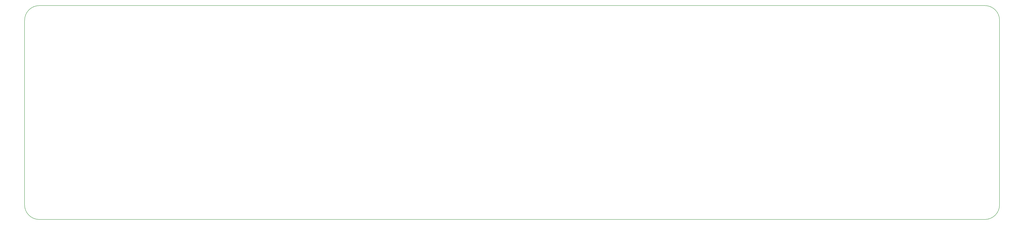
<source format=gbr>
G04 #@! TF.GenerationSoftware,KiCad,Pcbnew,(5.0.2)-1*
G04 #@! TF.CreationDate,2019-08-04T18:28:44-04:00*
G04 #@! TF.ProjectId,7971-MEDEVAC,37393731-2d4d-4454-9445-5641432e6b69,rev?*
G04 #@! TF.SameCoordinates,Original*
G04 #@! TF.FileFunction,Profile,NP*
%FSLAX46Y46*%
G04 Gerber Fmt 4.6, Leading zero omitted, Abs format (unit mm)*
G04 Created by KiCad (PCBNEW (5.0.2)-1) date 8/4/2019 6:28:45 PM*
%MOMM*%
%LPD*%
G01*
G04 APERTURE LIST*
%ADD10C,0.150000*%
G04 APERTURE END LIST*
D10*
X47650000Y-88000000D02*
G75*
G03X40650000Y-95000000I0J-7000000D01*
G01*
X502075000Y-182400000D02*
X502075000Y-94950000D01*
X47650000Y-88000000D02*
X495075000Y-88000000D01*
X40625000Y-182450000D02*
X40650000Y-95025000D01*
X47625000Y-189425000D02*
X495075000Y-189425000D01*
X40625000Y-182450000D02*
G75*
G03X47600000Y-189425000I6975000J0D01*
G01*
X495100000Y-189425000D02*
G75*
G03X502075000Y-182400000I-25000J7000000D01*
G01*
X495100000Y-88000000D02*
G75*
G02X502075000Y-94975000I0J-6975000D01*
G01*
M02*

</source>
